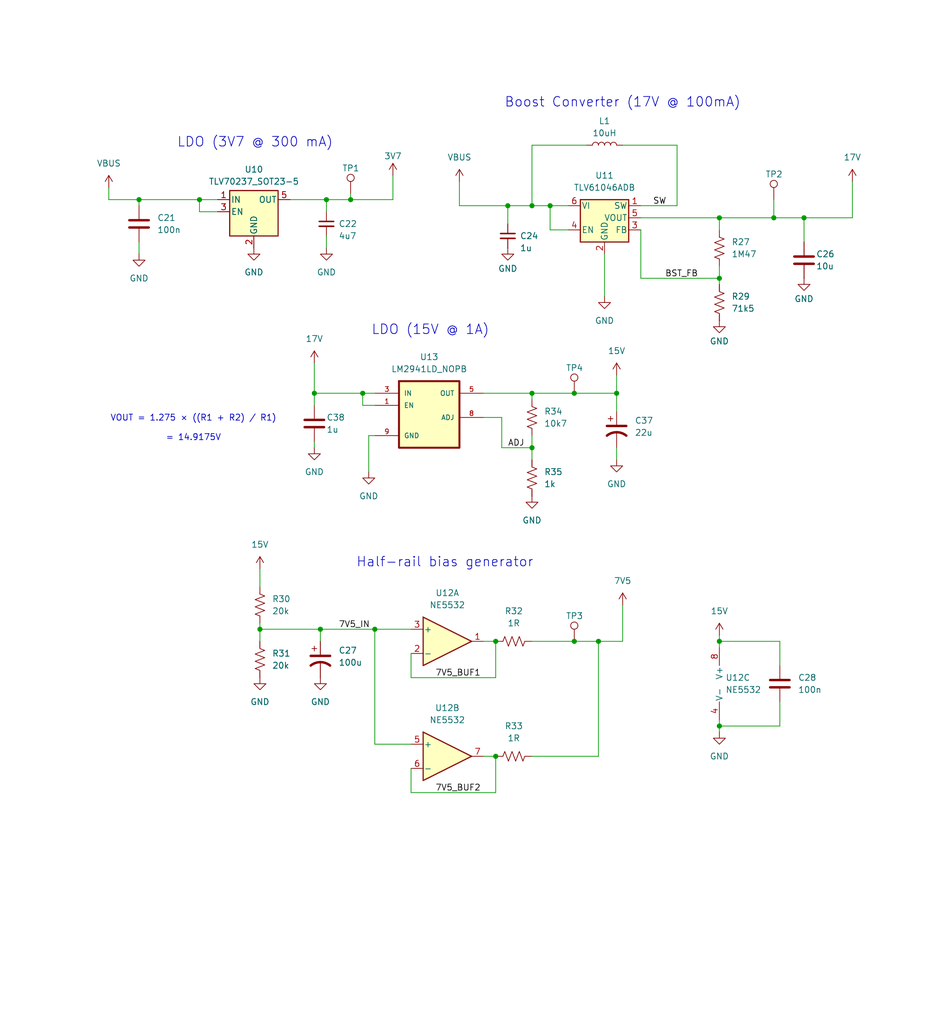
<source format=kicad_sch>
(kicad_sch (version 20231120) (generator "eeschema") (generator_version "8.0")
  (paper "User" 200 215)
  (lib_symbols
    (symbol "Amplifier_Operational:NE5532" (pin_names (offset 0.127))
      (property "Reference" "U" (at 0 5.08 0))
      (property "Value" "NE5532" (at 0 -5.08 0))
      (symbol "NE5532_1_1"
        (polyline (pts (xy -5.08 5.08) (xy 5.08 0) (xy -5.08 -5.08) (xy -5.08 5.08)) (stroke (width 0.254)) (fill (type background)))
        (pin output line (at 7.62 0 180) (length 2.54) (name "~") (number "1"))
        (pin input line (at -7.62 -2.54 0) (length 2.54) (name "-") (number "2"))
        (pin input line (at -7.62 2.54 0) (length 2.54) (name "+") (number "3"))
      )
      (symbol "NE5532_2_1"
        (polyline (pts (xy -5.08 5.08) (xy 5.08 0) (xy -5.08 -5.08) (xy -5.08 5.08)) (stroke (width 0.254)) (fill (type background)))
        (pin input line (at -7.62 2.54 0) (length 2.54) (name "+") (number "5"))
        (pin input line (at -7.62 -2.54 0) (length 2.54) (name "-") (number "6"))
        (pin output line (at 7.62 0 180) (length 2.54) (name "~") (number "7"))
      )
      (symbol "NE5532_3_1"
        (pin power_in line (at -2.54 -7.62 90) (length 3.81) (name "V-") (number "4"))
        (pin power_in line (at -2.54 7.62 270) (length 3.81) (name "V+") (number "8"))
      )
    )
    (symbol "Connector:TestPoint" (pin_numbers hide) (pin_names (offset 0.762) hide)
      (property "Reference" "TP" (at 0 6.858 0))
      (property "Value" "TestPoint" (at 0 5.08 0))
      (symbol "TestPoint_0_1"
        (circle (center 0 3.302) (radius 0.762))
      )
      (symbol "TestPoint_1_1"
        (pin passive line (at 0 0 90) (length 2.54) (name "1") (number "1"))
      )
    )
    (symbol "Device:C" (pin_numbers hide) (pin_names (offset 0.254))
      (property "Reference" "C" (at 0.635 2.54 0))
      (property "Value" "C" (at 0.635 -2.54 0))
      (symbol "C_0_1"
        (polyline (pts (xy -2.032 -0.762) (xy 2.032 -0.762)) (stroke (width 0.508)))
        (polyline (pts (xy -2.032 0.762) (xy 2.032 0.762)) (stroke (width 0.508)))
      )
      (symbol "C_1_1"
        (pin passive line (at 0 3.81 270) (length 2.794) (name "~") (number "1"))
        (pin passive line (at 0 -3.81 90) (length 2.794) (name "~") (number "2"))
      )
    )
    (symbol "Device:C_Polarized_US" (pin_numbers hide) (pin_names (offset 0.254) hide)
      (property "Reference" "C" (at 0.635 2.54 0))
      (property "Value" "C_Polarized_US" (at 0.635 -2.54 0))
      (symbol "C_Polarized_US_0_1"
        (polyline (pts (xy -2.032 0.762) (xy 2.032 0.762)) (stroke (width 0.508)))
        (polyline (pts (xy -1.778 2.286) (xy -0.762 2.286)))
        (polyline (pts (xy -1.27 1.778) (xy -1.27 2.794)))
        (arc (start 2.032 -1.27) (mid 0 -0.5572) (end -2.032 -1.27) (stroke (width 0.508)))
      )
      (symbol "C_Polarized_US_1_1"
        (pin passive line (at 0 3.81 270) (length 2.794) (name "~") (number "1"))
        (pin passive line (at 0 -3.81 90) (length 3.302) (name "~") (number "2"))
      )
    )
    (symbol "Device:C_Small" (pin_numbers hide) (pin_names (offset 0.254) hide)
      (property "Reference" "C" (at 0.254 1.778 0))
      (property "Value" "C_Small" (at 0.254 -2.032 0))
      (symbol "C_Small_0_1"
        (polyline (pts (xy -1.524 -0.508) (xy 1.524 -0.508)) (stroke (width 0.3302)))
        (polyline (pts (xy -1.524 0.508) (xy 1.524 0.508)) (stroke (width 0.3048)))
      )
      (symbol "C_Small_1_1"
        (pin passive line (at 0 2.54 270) (length 2.032) (name "~") (number "1"))
        (pin passive line (at 0 -2.54 90) (length 2.032) (name "~") (number "2"))
      )
    )
    (symbol "Device:L" (pin_numbers hide) (pin_names (offset 1.016) hide)
      (property "Reference" "L" (at -1.27 0 90))
      (property "Value" "L" (at 1.905 0 90))
      (symbol "L_0_1"
        (arc (start 0 -2.54) (mid 0.6323 -1.905) (end 0 -1.27))
        (arc (start 0 -1.27) (mid 0.6323 -0.635) (end 0 0))
        (arc (start 0 0) (mid 0.6323 0.635) (end 0 1.27))
        (arc (start 0 1.27) (mid 0.6323 1.905) (end 0 2.54))
      )
      (symbol "L_1_1"
        (pin passive line (at 0 3.81 270) (length 1.27) (name "1") (number "1"))
        (pin passive line (at 0 -3.81 90) (length 1.27) (name "2") (number "2"))
      )
    )
    (symbol "Device:R_US" (pin_numbers hide) (pin_names (offset 0))
      (property "Reference" "R" (at 2.54 0 90))
      (property "Value" "R_US" (at -2.54 0 90))
      (symbol "R_US_0_1"
        (polyline (pts (xy 0 -2.286) (xy 0 -2.54)))
        (polyline (pts (xy 0 2.286) (xy 0 2.54)))
        (polyline (pts (xy 0 -0.762) (xy 1.016 -1.143) (xy 0 -1.524) (xy -1.016 -1.905) (xy 0 -2.286)))
        (polyline (pts (xy 0 0.762) (xy 1.016 0.381) (xy 0 0) (xy -1.016 -0.381) (xy 0 -0.762)))
        (polyline (pts (xy 0 2.286) (xy 1.016 1.905) (xy 0 1.524) (xy -1.016 1.143) (xy 0 0.762)))
      )
      (symbol "R_US_1_1"
        (pin passive line (at 0 3.81 270) (length 1.27) (name "~") (number "1"))
        (pin passive line (at 0 -3.81 90) (length 1.27) (name "~") (number "2"))
      )
    )
    (symbol "LM2941:LM2941LD_NOPB" (pin_names (offset 1.016))
      (property "Reference" "U" (at -6.1563 12.5764 0))
      (property "Value" "LM2941LD_NOPB" (at -7.5735 10.2658 0))
      (symbol "LM2941LD_NOPB_0_0"
        (rectangle (start -6.35 8.89) (end 6.35 -5.08) (stroke (width 0.4064)) (fill (type background)))
        (pin input line (at -11.43 6.35 0) (length 5.08) (name "IN") (number "3"))
        (pin output line (at 11.43 6.35 180) (length 5.08) (name "OUT") (number "5"))
        (pin passive line (at 11.43 1.27 180) (length 5.08) (name "ADJ") (number "8"))
        (pin passive line (at -11.43 -2.54 0) (length 5.08) (name "GND") (number "9"))
      )
      (symbol "LM2941LD_NOPB_1_0"
        (pin passive line (at -11.43 3.81 0) (length 5.08) (name "EN") (number "1"))
        (pin passive line (at -11.43 -2.54 0) (length 5.08) hide (name "GND") (number "2"))
        (pin no_connect line (at 11.43 -3.81 180) (length 5.08) hide (name "NC") (number "4"))
        (pin no_connect line (at 11.43 -2.54 180) (length 5.08) hide (name "NC") (number "6"))
        (pin passive line (at -11.43 -2.54 0) (length 5.08) hide (name "GND") (number "7"))
      )
    )
    (symbol "Regulator_Linear:TLV70237_SOT23-5" (pin_names (offset 0.254))
      (property "Reference" "U" (at -3.81 5.715 0))
      (property "Value" "TLV70237_SOT23-5" (at 0 5.715 0))
      (symbol "TLV70237_SOT23-5_0_1"
        (rectangle (start -5.08 4.445) (end 5.08 -5.08) (stroke (width 0.254)) (fill (type background)))
      )
      (symbol "TLV70237_SOT23-5_1_1"
        (pin power_in line (at -7.62 2.54 0) (length 2.54) (name "IN") (number "1"))
        (pin power_in line (at 0 -7.62 90) (length 2.54) (name "GND") (number "2"))
        (pin input line (at -7.62 0 0) (length 2.54) (name "EN") (number "3"))
        (pin no_connect line (at 5.08 0 180) (length 2.54) hide (name "NC") (number "4"))
        (pin power_out line (at 7.62 2.54 180) (length 2.54) (name "OUT") (number "5"))
      )
    )
    (symbol "Regulator_Switching:TLV61046ADB" (pin_names (offset 0.254))
      (property "Reference" "U" (at -5.08 7.62 0))
      (property "Value" "TLV61046ADB" (at 0 7.62 0))
      (symbol "TLV61046ADB_0_1"
        (rectangle (start -5.08 6.35) (end 5.08 -2.54) (stroke (width 0.254)) (fill (type background)))
      )
      (symbol "TLV61046ADB_1_1"
        (pin power_in line (at 7.62 5.08 180) (length 2.54) (name "SW") (number "1"))
        (pin power_in line (at 0 -5.08 90) (length 2.54) (name "GND") (number "2"))
        (pin input line (at 7.62 0 180) (length 2.54) (name "FB") (number "3"))
        (pin input line (at -7.62 0 0) (length 2.54) (name "EN") (number "4"))
        (pin power_out line (at 7.62 2.54 180) (length 2.54) (name "VOUT") (number "5"))
        (pin power_in line (at -7.62 5.08 0) (length 2.54) (name "VI") (number "6"))
      )
    )
    (symbol "power:+15V" (power) (pin_numbers hide) (pin_names (offset 0) hide)
      (property "Value" "+15V" (at 0 3.556 0))
      (symbol "+15V_0_1"
        (polyline (pts (xy -0.762 1.27) (xy 0 2.54)))
        (polyline (pts (xy 0 0) (xy 0 2.54)))
        (polyline (pts (xy 0 2.54) (xy 0.762 1.27)))
      )
      (symbol "+15V_1_1"
        (pin power_in line (at 0 0 90) (length 0) (name "~") (number "1"))
      )
    )
    (symbol "power:+3V3" (power) (pin_numbers hide) (pin_names (offset 0) hide)
      (property "Value" "+3V3" (at 0 3.556 0))
      (symbol "+3V3_0_1"
        (polyline (pts (xy -0.762 1.27) (xy 0 2.54)))
        (polyline (pts (xy 0 0) (xy 0 2.54)))
        (polyline (pts (xy 0 2.54) (xy 0.762 1.27)))
      )
      (symbol "+3V3_1_1"
        (pin power_in line (at 0 0 90) (length 0) (name "~") (number "1"))
      )
    )
    (symbol "power:GND" (power) (pin_numbers hide) (pin_names (offset 0) hide)
      (property "Value" "GND" (at 0 -3.81 0))
      (symbol "GND_0_1"
        (polyline (pts (xy 0 0) (xy 0 -1.27) (xy 1.27 -1.27) (xy 0 -2.54) (xy -1.27 -1.27) (xy 0 -1.27)))
      )
      (symbol "GND_1_1"
        (pin power_in line (at 0 0 270) (length 0) (name "~") (number "1"))
      )
    )
    (symbol "power:VBUS" (power) (pin_numbers hide) (pin_names (offset 0) hide)
      (property "Value" "VBUS" (at 0 3.556 0))
      (symbol "VBUS_0_1"
        (polyline (pts (xy -0.762 1.27) (xy 0 2.54)))
        (polyline (pts (xy 0 0) (xy 0 2.54)))
        (polyline (pts (xy 0 2.54) (xy 0.762 1.27)))
      )
      (symbol "VBUS_1_1"
        (pin power_in line (at 0 0 90) (length 0) (name "~") (number "1"))
      )
    )
    (symbol "power:VCC" (power) (pin_numbers hide) (pin_names (offset 0) hide)
      (property "Value" "VCC" (at 0 3.556 0))
      (symbol "VCC_0_1"
        (polyline (pts (xy -0.762 1.27) (xy 0 2.54)))
        (polyline (pts (xy 0 0) (xy 0 2.54)))
        (polyline (pts (xy 0 2.54) (xy 0.762 1.27)))
      )
      (symbol "VCC_1_1"
        (pin power_in line (at 0 0 90) (length 0) (name "~") (number "1"))
      )
    )
  )
  (junction (at 41.91 41.91))
  (junction (at 151.13 152.4))
  (junction (at 111.76 82.55))
  (junction (at 162.56 45.72))
  (junction (at 129.54 82.55))
  (junction (at 73.66 41.91))
  (junction (at 115.57 43.18))
  (junction (at 120.65 134.62))
  (junction (at 151.13 58.42))
  (junction (at 67.31 132.08))
  (junction (at 151.13 134.62))
  (junction (at 29.21 41.91))
  (junction (at 111.76 43.18))
  (junction (at 68.58 41.91))
  (junction (at 104.14 134.62))
  (junction (at 111.76 93.98))
  (junction (at 76.2 82.55))
  (junction (at 66.04 82.55))
  (junction (at 168.91 45.72))
  (junction (at 151.13 45.72))
  (junction (at 106.68 43.18))
  (junction (at 104.14 158.75))
  (junction (at 54.61 132.08))
  (junction (at 78.74 132.08))
  (junction (at 125.73 134.62))
  (junction (at 120.65 82.55))
  (wire (pts (xy 115.57 43.18) (xy 115.57 48.26)))
  (wire (pts (xy 163.83 147.32) (xy 163.83 152.4)))
  (wire (pts (xy 29.21 41.91) (xy 41.91 41.91)))
  (wire (pts (xy 168.91 50.8) (xy 168.91 45.72)))
  (wire (pts (xy 45.72 44.45) (xy 41.91 44.45)))
  (wire (pts (xy 96.52 38.1) (xy 96.52 43.18)))
  (wire (pts (xy 151.13 58.42) (xy 134.62 58.42)))
  (wire (pts (xy 179.07 38.1) (xy 179.07 45.72)))
  (wire (pts (xy 162.56 45.72) (xy 151.13 45.72)))
  (wire (pts (xy 111.76 82.55) (xy 120.65 82.55)))
  (wire (pts (xy 86.36 156.21) (xy 78.74 156.21)))
  (wire (pts (xy 125.73 134.62) (xy 120.65 134.62)))
  (wire (pts (xy 54.61 132.08) (xy 54.61 134.62)))
  (wire (pts (xy 66.04 76.2) (xy 66.04 82.55)))
  (wire (pts (xy 104.14 166.37) (xy 104.14 158.75)))
  (wire (pts (xy 54.61 130.81) (xy 54.61 132.08)))
  (wire (pts (xy 125.73 158.75) (xy 125.73 134.62)))
  (wire (pts (xy 41.91 41.91) (xy 45.72 41.91)))
  (wire (pts (xy 129.54 93.98) (xy 129.54 96.52)))
  (wire (pts (xy 111.76 93.98) (xy 111.76 96.52)))
  (wire (pts (xy 73.66 41.91) (xy 68.58 41.91)))
  (wire (pts (xy 119.38 48.26) (xy 115.57 48.26)))
  (wire (pts (xy 78.74 85.09) (xy 76.2 85.09)))
  (wire (pts (xy 105.41 87.63) (xy 105.41 93.98)))
  (wire (pts (xy 130.81 30.48) (xy 142.24 30.48)))
  (wire (pts (xy 22.86 41.91) (xy 29.21 41.91)))
  (wire (pts (xy 73.66 40.64) (xy 73.66 41.91)))
  (wire (pts (xy 86.36 142.24) (xy 104.14 142.24)))
  (wire (pts (xy 82.55 41.91) (xy 73.66 41.91)))
  (wire (pts (xy 77.47 91.44) (xy 78.74 91.44)))
  (wire (pts (xy 29.21 50.8) (xy 29.21 53.34)))
  (wire (pts (xy 54.61 119.38) (xy 54.61 123.19)))
  (wire (pts (xy 111.76 43.18) (xy 106.68 43.18)))
  (wire (pts (xy 66.04 82.55) (xy 76.2 82.55)))
  (wire (pts (xy 66.04 92.71) (xy 66.04 93.98)))
  (wire (pts (xy 111.76 82.55) (xy 111.76 83.82)))
  (wire (pts (xy 151.13 152.4) (xy 151.13 151.13)))
  (wire (pts (xy 151.13 58.42) (xy 151.13 59.69)))
  (wire (pts (xy 29.21 41.91) (xy 29.21 43.18)))
  (wire (pts (xy 68.58 41.91) (xy 60.96 41.91)))
  (wire (pts (xy 123.19 30.48) (xy 111.76 30.48)))
  (wire (pts (xy 104.14 158.75) (xy 101.6 158.75)))
  (wire (pts (xy 76.2 85.09) (xy 76.2 82.55)))
  (wire (pts (xy 134.62 45.72) (xy 151.13 45.72)))
  (wire (pts (xy 151.13 55.88) (xy 151.13 58.42)))
  (wire (pts (xy 151.13 134.62) (xy 151.13 135.89)))
  (wire (pts (xy 78.74 156.21) (xy 78.74 132.08)))
  (wire (pts (xy 142.24 30.48) (xy 142.24 43.18)))
  (wire (pts (xy 130.81 134.62) (xy 125.73 134.62)))
  (wire (pts (xy 101.6 82.55) (xy 111.76 82.55)))
  (wire (pts (xy 134.62 43.18) (xy 142.24 43.18)))
  (wire (pts (xy 111.76 30.48) (xy 111.76 43.18)))
  (wire (pts (xy 86.36 166.37) (xy 104.14 166.37)))
  (wire (pts (xy 129.54 78.74) (xy 129.54 82.55)))
  (wire (pts (xy 68.58 44.45) (xy 68.58 41.91)))
  (wire (pts (xy 179.07 45.72) (xy 168.91 45.72)))
  (wire (pts (xy 105.41 93.98) (xy 111.76 93.98)))
  (wire (pts (xy 134.62 58.42) (xy 134.62 48.26)))
  (wire (pts (xy 120.65 82.55) (xy 129.54 82.55)))
  (wire (pts (xy 168.91 45.72) (xy 162.56 45.72)))
  (wire (pts (xy 111.76 91.44) (xy 111.76 93.98)))
  (wire (pts (xy 111.76 158.75) (xy 125.73 158.75)))
  (wire (pts (xy 115.57 43.18) (xy 111.76 43.18)))
  (wire (pts (xy 106.68 43.18) (xy 106.68 46.99)))
  (wire (pts (xy 163.83 152.4) (xy 151.13 152.4)))
  (wire (pts (xy 77.47 91.44) (xy 77.47 99.06)))
  (wire (pts (xy 151.13 153.67) (xy 151.13 152.4)))
  (wire (pts (xy 86.36 137.16) (xy 86.36 142.24)))
  (wire (pts (xy 104.14 142.24) (xy 104.14 134.62)))
  (wire (pts (xy 66.04 85.09) (xy 66.04 82.55)))
  (wire (pts (xy 76.2 82.55) (xy 78.74 82.55)))
  (wire (pts (xy 41.91 44.45) (xy 41.91 41.91)))
  (wire (pts (xy 67.31 134.62) (xy 67.31 132.08)))
  (wire (pts (xy 120.65 134.62) (xy 111.76 134.62)))
  (wire (pts (xy 82.55 36.83) (xy 82.55 41.91)))
  (wire (pts (xy 130.81 127) (xy 130.81 134.62)))
  (wire (pts (xy 96.52 43.18) (xy 106.68 43.18)))
  (wire (pts (xy 162.56 41.91) (xy 162.56 45.72)))
  (wire (pts (xy 129.54 82.55) (xy 129.54 86.36)))
  (wire (pts (xy 104.14 134.62) (xy 101.6 134.62)))
  (wire (pts (xy 101.6 87.63) (xy 105.41 87.63)))
  (wire (pts (xy 151.13 45.72) (xy 151.13 48.26)))
  (wire (pts (xy 119.38 43.18) (xy 115.57 43.18)))
  (wire (pts (xy 151.13 134.62) (xy 163.83 134.62)))
  (wire (pts (xy 86.36 161.29) (xy 86.36 166.37)))
  (wire (pts (xy 67.31 132.08) (xy 54.61 132.08)))
  (wire (pts (xy 163.83 134.62) (xy 163.83 139.7)))
  (wire (pts (xy 78.74 132.08) (xy 67.31 132.08)))
  (wire (pts (xy 127 53.34) (xy 127 62.23)))
  (wire (pts (xy 68.58 49.53) (xy 68.58 52.07)))
  (wire (pts (xy 151.13 133.35) (xy 151.13 134.62)))
  (wire (pts (xy 22.86 39.37) (xy 22.86 41.91)))
  (wire (pts (xy 86.36 132.08) (xy 78.74 132.08)))
  (text "LDO (15V @ 1A)" (at 90.424 69.342 0) (effects (font (size 2 2))))
  (text "Boost Converter (17V @ 100mA)" (at 130.81 21.59 0) (effects (font (size 2 2))))
  (text "LDO (3V7 @ 300 mA)" (at 53.594 29.972 0) (effects (font (size 2 2))))
  (text "VOUT = 1.275 × ((R1 + R2) / R1)\n\n= 14.9175V" (at 40.64 89.916 0) (effects (font (size 1.27 1.27))))
  (text "Half-rail bias generator" (at 93.472 118.11 0) (effects (font (size 2 2))))
  (label "BST_FB" (at 139.7 58.42 0))
  (label "7V5_BUF2" (at 91.44 166.37 0))
  (label "7V5_BUF1" (at 91.44 142.24 0))
  (label "7V5_IN" (at 71.12 132.08 0))
  (label "ADJ" (at 106.68 93.98 0))
  (label "SW" (at 137.16 43.18 0))
  (symbol (lib_id "power:+15V") (at 54.61 119.38 0) (unit 1)
    (property "Reference" "#PWR041" (effects (hide yes)))
    (property "Value" "15V" (at 54.61 114.3 0))
    (property "Description" "Power symbol creates a global label with name \"+15V\"" (effects (hide yes)))
  )
  (symbol (lib_id "Device:C") (at 29.21 46.99 0) (unit 1)
    (property "Reference" "C21" (at 33.02 45.7199 0) (effects (justify left)))
    (property "Value" "100n" (at 33.02 48.2599 0) (effects (justify left)))
    (property "Footprint" "Capacitor_SMD:C_0402_1005Metric_Pad0.74x0.62mm_HandSolder" (effects (hide yes)))
    (property "Description" "Unpolarized capacitor" (effects (hide yes)))
  )
  (symbol (lib_id "Connector:TestPoint") (at 73.66 40.64 0) (unit 1)
    (property "Reference" "TP1" (at 71.882 35.3059 0) (effects (justify left)))
    (property "Value" "TestPoint" (effects (hide yes)))
    (property "Footprint" "TestPoint:TestPoint_Pad_D1.5mm" (effects (hide yes)))
    (property "Description" "test point" (effects (hide yes)))
  )
  (symbol (lib_id "Amplifier_Operational:NE5532") (at 93.98 134.62 0) (unit 1)
    (property "Reference" "U12" (at 93.98 124.46 0))
    (property "Value" "NE5532" (at 93.98 127 0))
    (property "Footprint" "Package_SO:SOIC-8_3.9x4.9mm_P1.27mm" (effects (hide yes)))
    (property "Datasheet" "http://www.ti.com/lit/ds/symlink/ne5532.pdf" (effects (hide yes)))
    (property "Description" "Dual Low-Noise Operational Amplifiers, DIP-8/SOIC-8" (effects (hide yes)))
  )
  (symbol (lib_id "LM2941:LM2941LD_NOPB") (at 90.17 88.9 0) (unit 1)
    (property "Reference" "U13" (at 90.17 74.93 0))
    (property "Value" "LM2941LD_NOPB" (at 90.17 77.47 0))
    (property "Footprint" "LM2941:NGN0008A" (effects (hide yes)))
    (property "MPN" "LM2941LD/NOPB" (effects (hide yes)))
    (property "OC_FARNELL" "1798362" (effects (hide yes)))
    (property "OC_NEWARK" "73R9732" (effects (hide yes)))
    (property "SUPPLIER" "NationalSemiconductor" (effects (hide yes)))
    (property "PACKAGE" "LLP-8" (effects (hide yes)))
  )
  (symbol (lib_id "Device:C") (at 66.04 88.9 0) (unit 1)
    (property "Reference" "C38" (at 68.58 87.63 0) (effects (justify left)))
    (property "Value" "1u" (at 68.58 90.17 0) (effects (justify left)))
    (property "Footprint" "Capacitor_SMD:C_0805_2012Metric_Pad1.18x1.45mm_HandSolder" (effects (hide yes)))
    (property "Description" "Unpolarized capacitor" (effects (hide yes)))
  )
  (symbol (lib_id "Device:R_US") (at 151.13 63.5 0) (unit 1)
    (property "Reference" "R29" (at 153.67 62.2299 0) (effects (justify left)))
    (property "Value" "71k5" (at 153.67 64.7699 0) (effects (justify left)))
    (property "Footprint" "Resistor_SMD:R_0402_1005Metric_Pad0.72x0.64mm_HandSolder" (effects (hide yes)))
    (property "Description" "Resistor, US symbol" (effects (hide yes)))
  )
  (symbol (lib_id "power:VBUS") (at 96.52 38.1 0) (unit 1)
    (property "Reference" "#PWR037" (effects (hide yes)))
    (property "Value" "VBUS" (at 96.52 33.02 0))
    (property "Description" "Power symbol creates a global label with name \"VBUS\"" (effects (hide yes)))
  )
  (symbol (lib_id "Device:R_US") (at 151.13 52.07 0) (unit 1)
    (property "Reference" "R27" (at 153.67 50.7999 0) (effects (justify left)))
    (property "Value" "1M47" (at 153.67 53.3399 0) (effects (justify left)))
    (property "Footprint" "Resistor_SMD:R_0402_1005Metric_Pad0.72x0.64mm_HandSolder" (effects (hide yes)))
    (property "Description" "Resistor, US symbol" (effects (hide yes)))
  )
  (symbol (lib_id "power:GND") (at 111.76 104.14 0) (unit 1)
    (property "Reference" "#PWR064" (effects (hide yes)))
    (property "Value" "GND" (at 111.76 109.22 0))
    (property "Description" "Power symbol creates a global label with name \"GND\" , ground" (effects (hide yes)))
  )
  (symbol (lib_id "Device:C_Polarized_US") (at 67.31 138.43 0) (unit 1)
    (property "Reference" "C27" (at 71.12 136.5249 0) (effects (justify left)))
    (property "Value" "100u" (at 71.12 139.0649 0) (effects (justify left)))
    (property "Footprint" "Capacitor_THT:CP_Radial_D8.0mm_P3.50mm" (effects (hide yes)))
    (property "Description" "Polarized capacitor, US symbol" (effects (hide yes)))
  )
  (symbol (lib_id "Device:L") (at 127 30.48 90) (unit 1)
    (property "Reference" "L1" (at 127 25.4 90))
    (property "Value" "10uH" (at 127 27.94 90))
    (property "Footprint" "VLS3012CX_100M_1:IND_VLS3012CX-100M-1" (effects (hide yes)))
    (property "Description" "Inductor" (effects (hide yes)))
  )
  (symbol (lib_id "Device:C_Small") (at 68.58 46.99 0) (unit 1)
    (property "Reference" "C22" (at 71.12 46.99 0) (effects (justify left)))
    (property "Value" "4u7" (at 71.12 49.53 0) (effects (justify left)))
    (property "Footprint" "Capacitor_SMD:C_0402_1005Metric_Pad0.74x0.62mm_HandSolder" (effects (hide yes)))
    (property "Description" "Unpolarized capacitor, small symbol" (effects (hide yes)))
  )
  (symbol (lib_id "power:+15V") (at 179.07 38.1 0) (unit 1)
    (property "Reference" "#PWR040" (effects (hide yes)))
    (property "Value" "17V" (at 179.07 33.02 0))
    (property "Description" "Power symbol creates a global label with name \"+15V\"" (effects (hide yes)))
  )
  (symbol (lib_id "power:GND") (at 129.54 96.52 0) (unit 1)
    (property "Reference" "#PWR063" (effects (hide yes)))
    (property "Value" "GND" (at 129.54 101.6 0))
    (property "Description" "Power symbol creates a global label with name \"GND\" , ground" (effects (hide yes)))
  )
  (symbol (lib_id "Device:R_US") (at 107.95 158.75 90) (unit 1)
    (property "Reference" "R33" (at 107.95 152.4 90))
    (property "Value" "1R" (at 107.95 154.94 90))
    (property "Footprint" "Resistor_SMD:R_0603_1608Metric_Pad0.98x0.95mm_HandSolder" (effects (hide yes)))
    (property "Description" "Resistor, US symbol" (effects (hide yes)))
  )
  (symbol (lib_id "power:GND") (at 151.13 67.31 0) (unit 1)
    (property "Reference" "#PWR038" (effects (hide yes)))
    (property "Value" "GND" (at 151.13 71.628 0))
    (property "Description" "Power symbol creates a global label with name \"GND\" , ground" (effects (hide yes)))
  )
  (symbol (lib_id "power:GND") (at 53.34 52.07 0) (unit 1)
    (property "Reference" "#PWR030" (effects (hide yes)))
    (property "Value" "GND" (at 53.34 57.15 0))
    (property "Description" "Power symbol creates a global label with name \"GND\" , ground" (effects (hide yes)))
  )
  (symbol (lib_id "Device:R_US") (at 54.61 138.43 180) (unit 1)
    (property "Reference" "R31" (at 57.15 137.1599 0) (effects (justify right)))
    (property "Value" "20k" (at 57.15 139.6999 0) (effects (justify right)))
    (property "Footprint" "Resistor_SMD:R_0402_1005Metric_Pad0.72x0.64mm_HandSolder" (effects (hide yes)))
    (property "Description" "Resistor, US symbol" (effects (hide yes)))
  )
  (symbol (lib_id "power:GND") (at 66.04 93.98 0) (unit 1)
    (property "Reference" "#PWR068" (effects (hide yes)))
    (property "Value" "GND" (at 66.04 99.06 0))
    (property "Description" "Power symbol creates a global label with name \"GND\" , ground" (effects (hide yes)))
  )
  (symbol (lib_id "Connector:TestPoint") (at 162.56 41.91 0) (unit 1)
    (property "Reference" "TP2" (at 160.782 36.5759 0) (effects (justify left)))
    (property "Value" "TestPoint" (effects (hide yes)))
    (property "Footprint" "TestPoint:TestPoint_Pad_D1.5mm" (effects (hide yes)))
    (property "Description" "test point" (effects (hide yes)))
  )
  (symbol (lib_id "power:GND") (at 77.47 99.06 0) (unit 1)
    (property "Reference" "#PWR067" (effects (hide yes)))
    (property "Value" "GND" (at 77.47 104.14 0))
    (property "Description" "Power symbol creates a global label with name \"GND\" , ground" (effects (hide yes)))
  )
  (symbol (lib_id "Device:R_US") (at 54.61 127 180) (unit 1)
    (property "Reference" "R30" (at 57.15 125.7299 0) (effects (justify right)))
    (property "Value" "20k" (at 57.15 128.2699 0) (effects (justify right)))
    (property "Footprint" "Resistor_SMD:R_0402_1005Metric_Pad0.72x0.64mm_HandSolder" (effects (hide yes)))
    (property "Description" "Resistor, US symbol" (effects (hide yes)))
  )
  (symbol (lib_id "Device:C_Polarized_US") (at 129.54 90.17 0) (unit 1)
    (property "Reference" "C37" (at 133.35 88.2649 0) (effects (justify left)))
    (property "Value" "22u" (at 133.35 90.8049 0) (effects (justify left)))
    (property "Footprint" "293D226X9035D2TE3:CAP_293D_D_VIS-M" (effects (hide yes)))
    (property "Description" "Polarized capacitor, US symbol" (effects (hide yes)))
  )
  (symbol (lib_id "Device:R_US") (at 107.95 134.62 90) (unit 1)
    (property "Reference" "R32" (at 107.95 128.27 90))
    (property "Value" "1R" (at 107.95 130.81 90))
    (property "Footprint" "Resistor_SMD:R_0603_1608Metric_Pad0.98x0.95mm_HandSolder" (effects (hide yes)))
    (property "Description" "Resistor, US symbol" (effects (hide yes)))
  )
  (symbol (lib_id "power:GND") (at 127 62.23 0) (unit 1)
    (property "Reference" "#PWR035" (effects (hide yes)))
    (property "Value" "GND" (at 127 67.31 0))
    (property "Description" "Power symbol creates a global label with name \"GND\" , ground" (effects (hide yes)))
  )
  (symbol (lib_id "Regulator_Linear:TLV70237_SOT23-5") (at 53.34 44.45 0) (unit 1)
    (property "Reference" "U10" (at 53.34 35.56 0))
    (property "Value" "TLV70237_SOT23-5" (at 53.34 38.1 0))
    (property "Footprint" "Package_TO_SOT_SMD:SOT-23-5" (effects (hide yes)))
    (property "Datasheet" "http://www.ti.com/lit/ds/symlink/tlv702.pdf" (effects (hide yes)))
    (property "Description" "300mA Low Dropout Voltage Regulator, Fixed Output 3.7V, SOT-23-5" (effects (hide yes)))
  )
  (symbol (lib_id "Regulator_Switching:TLV61046ADB") (at 127 48.26 0) (unit 1)
    (property "Reference" "U11" (at 127 36.83 0))
    (property "Value" "TLV61046ADB" (at 127 39.37 0))
    (property "Footprint" "Package_TO_SOT_SMD:SOT-23-6" (effects (hide yes)))
    (property "Datasheet" "http://www.ti.com/lit/ds/symlink/tlv61046a.pdf" (effects (hide yes)))
    (property "Description" "28-V Output Voltage Boost Converter with Power Diode and Isolation Switch, SOT-23-6" (effects (hide yes)))
  )
  (symbol (lib_id "power:+3V3") (at 82.55 36.83 0) (unit 1)
    (property "Reference" "#PWR033" (effects (hide yes)))
    (property "Value" "3V7" (at 82.55 32.766 0))
    (property "Description" "Power symbol creates a global label with name \"+3V3\"" (effects (hide yes)))
  )
  (symbol (lib_id "power:GND") (at 151.13 153.67 0) (unit 1)
    (property "Reference" "#PWR046" (effects (hide yes)))
    (property "Value" "GND" (at 151.13 158.75 0))
    (property "Description" "Power symbol creates a global label with name \"GND\" , ground" (effects (hide yes)))
  )
  (symbol (lib_id "Connector:TestPoint") (at 120.65 134.62 0) (unit 1)
    (property "Reference" "TP3" (at 118.872 129.2859 0) (effects (justify left)))
    (property "Value" "TestPoint" (effects (hide yes)))
    (property "Footprint" "TestPoint:TestPoint_Pad_D1.5mm" (effects (hide yes)))
    (property "Description" "test point" (effects (hide yes)))
  )
  (symbol (lib_id "power:GND") (at 168.91 58.42 0) (unit 1)
    (property "Reference" "#PWR039" (effects (hide yes)))
    (property "Value" "GND" (at 168.91 62.738 0))
    (property "Description" "Power symbol creates a global label with name \"GND\" , ground" (effects (hide yes)))
  )
  (symbol (lib_id "power:+15V") (at 129.54 78.74 0) (unit 1)
    (property "Reference" "#PWR065" (effects (hide yes)))
    (property "Value" "15V" (at 129.54 73.66 0))
    (property "Description" "Power symbol creates a global label with name \"+15V\"" (effects (hide yes)))
  )
  (symbol (lib_id "power:GND") (at 54.61 142.24 0) (unit 1)
    (property "Reference" "#PWR042" (effects (hide yes)))
    (property "Value" "GND" (at 54.61 147.32 0))
    (property "Description" "Power symbol creates a global label with name \"GND\" , ground" (effects (hide yes)))
  )
  (symbol (lib_id "Device:C") (at 163.83 143.51 0) (unit 1)
    (property "Reference" "C28" (at 167.64 142.2399 0) (effects (justify left)))
    (property "Value" "100n" (at 167.64 144.7799 0) (effects (justify left)))
    (property "Footprint" "Capacitor_SMD:C_0805_2012Metric_Pad1.18x1.45mm_HandSolder" (effects (hide yes)))
    (property "Description" "Unpolarized capacitor" (effects (hide yes)))
  )
  (symbol (lib_id "power:+15V") (at 151.13 133.35 0) (unit 1)
    (property "Reference" "#PWR045" (effects (hide yes)))
    (property "Value" "15V" (at 151.13 128.27 0))
    (property "Description" "Power symbol creates a global label with name \"+15V\"" (effects (hide yes)))
  )
  (symbol (lib_id "power:GND") (at 29.21 53.34 0) (unit 1)
    (property "Reference" "#PWR031" (effects (hide yes)))
    (property "Value" "GND" (at 29.21 58.42 0))
    (property "Description" "Power symbol creates a global label with name \"GND\" , ground" (effects (hide yes)))
  )
  (symbol (lib_id "power:+15V") (at 66.04 76.2 0) (unit 1)
    (property "Reference" "#PWR066" (effects (hide yes)))
    (property "Value" "17V" (at 66.04 71.12 0))
    (property "Description" "Power symbol creates a global label with name \"+15V\"" (effects (hide yes)))
  )
  (symbol (lib_id "power:GND") (at 106.68 52.07 0) (unit 1)
    (property "Reference" "#PWR036" (effects (hide yes)))
    (property "Value" "GND" (at 106.68 56.388 0))
    (property "Description" "Power symbol creates a global label with name \"GND\" , ground" (effects (hide yes)))
  )
  (symbol (lib_id "power:GND") (at 67.31 142.24 0) (unit 1)
    (property "Reference" "#PWR043" (effects (hide yes)))
    (property "Value" "GND" (at 67.31 147.32 0))
    (property "Description" "Power symbol creates a global label with name \"GND\" , ground" (effects (hide yes)))
  )
  (symbol (lib_id "Device:R_US") (at 111.76 87.63 0) (unit 1)
    (property "Reference" "R34" (at 114.3 86.3599 0) (effects (justify left)))
    (property "Value" "10k7" (at 114.3 88.8999 0) (effects (justify left)))
    (property "Footprint" "Resistor_SMD:R_0402_1005Metric_Pad0.72x0.64mm_HandSolder" (effects (hide yes)))
    (property "Description" "Resistor, US symbol" (effects (hide yes)))
  )
  (symbol (lib_id "Device:R_US") (at 111.76 100.33 0) (unit 1)
    (property "Reference" "R35" (at 114.3 99.0599 0) (effects (justify left)))
    (property "Value" "1k" (at 114.3 101.5999 0) (effects (justify left)))
    (property "Footprint" "Resistor_SMD:R_0402_1005Metric_Pad0.72x0.64mm_HandSolder" (effects (hide yes)))
    (property "Description" "Resistor, US symbol" (effects (hide yes)))
  )
  (symbol (lib_id "power:GND") (at 68.58 52.07 0) (unit 1)
    (property "Reference" "#PWR032" (effects (hide yes)))
    (property "Value" "GND" (at 68.58 57.15 0))
    (property "Description" "Power symbol creates a global label with name \"GND\" , ground" (effects (hide yes)))
  )
  (symbol (lib_id "power:VCC") (at 130.81 127 0) (unit 1)
    (property "Reference" "#PWR044" (effects (hide yes)))
    (property "Value" "7V5" (at 130.81 121.92 0))
    (property "Description" "Power symbol creates a global label with name \"VCC\"" (effects (hide yes)))
  )
  (symbol (lib_id "power:VBUS") (at 22.86 39.37 0) (unit 1)
    (property "Reference" "#PWR034" (effects (hide yes)))
    (property "Value" "VBUS" (at 22.86 34.29 0))
    (property "Description" "Power symbol creates a global label with name \"VBUS\"" (effects (hide yes)))
  )
  (symbol (lib_id "Connector:TestPoint") (at 120.65 82.55 0) (unit 1)
    (property "Reference" "TP4" (at 118.872 77.2159 0) (effects (justify left)))
    (property "Value" "TestPoint" (effects (hide yes)))
    (property "Footprint" "TestPoint:TestPoint_Pad_D1.5mm" (effects (hide yes)))
    (property "Description" "test point" (effects (hide yes)))
  )
  (symbol (lib_id "Amplifier_Operational:NE5532") (at 153.67 143.51 0) (unit 3)
    (property "Reference" "U12" (at 152.4 142.2399 0) (effects (justify left)))
    (property "Value" "NE5532" (at 152.4 144.7799 0) (effects (justify left)))
    (property "Footprint" "Package_SO:SOIC-8_3.9x4.9mm_P1.27mm" (effects (hide yes)))
    (property "Datasheet" "http://www.ti.com/lit/ds/symlink/ne5532.pdf" (effects (hide yes)))
    (property "Description" "Dual Low-Noise Operational Amplifiers, DIP-8/SOIC-8" (effects (hide yes)))
  )
  (symbol (lib_id "Device:C") (at 168.91 54.61 0) (unit 1)
    (property "Reference" "C26" (at 171.45 53.34 0) (effects (justify left)))
    (property "Value" "10u" (at 171.45 55.88 0) (effects (justify left)))
    (property "Footprint" "Capacitor_SMD:C_1210_3225Metric_Pad1.33x2.70mm_HandSolder" (effects (hide yes)))
    (property "Description" "Unpolarized capacitor" (effects (hide yes)))
  )
  (symbol (lib_id "Device:C_Small") (at 106.68 49.53 0) (unit 1)
    (property "Reference" "C24" (at 109.22 49.53 0) (effects (justify left)))
    (property "Value" "1u" (at 109.22 52.07 0) (effects (justify left)))
    (property "Footprint" "Capacitor_SMD:C_0402_1005Metric_Pad0.74x0.62mm_HandSolder" (effects (hide yes)))
    (property "Description" "Unpolarized capacitor, small symbol" (effects (hide yes)))
  )
  (symbol (lib_id "Amplifier_Operational:NE5532") (at 93.98 158.75 0) (unit 2)
    (property "Reference" "U12" (at 93.98 148.59 0))
    (property "Value" "NE5532" (at 93.98 151.13 0))
    (property "Footprint" "Package_SO:SOIC-8_3.9x4.9mm_P1.27mm" (effects (hide yes)))
    (property "Datasheet" "http://www.ti.com/lit/ds/symlink/ne5532.pdf" (effects (hide yes)))
    (property "Description" "Dual Low-Noise Operational Amplifiers, DIP-8/SOIC-8" (effects (hide yes)))
  )
)
</source>
